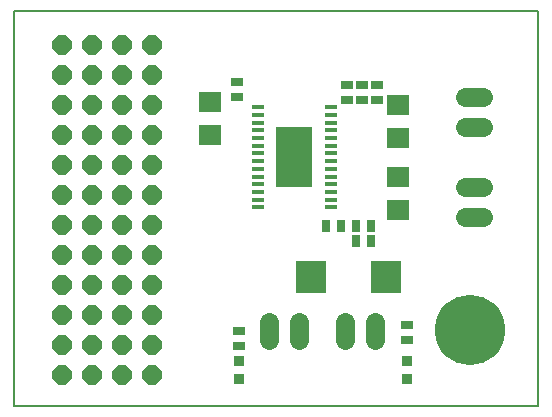
<source format=gts>
G75*
%MOIN*%
%OFA0B0*%
%FSLAX25Y25*%
%IPPOS*%
%LPD*%
%AMOC8*
5,1,8,0,0,1.08239X$1,22.5*
%
%ADD10C,0.00500*%
%ADD11R,0.04337X0.01778*%
%ADD12R,0.12211X0.20085*%
%ADD13R,0.07498X0.06699*%
%ADD14C,0.06400*%
%ADD15R,0.03156X0.03943*%
%ADD16R,0.03943X0.03156*%
%ADD17OC8,0.06400*%
%ADD18C,0.23400*%
%ADD19R,0.10439X0.11030*%
%ADD20R,0.03550X0.03550*%
D10*
X0001250Y0030000D02*
X0001250Y0161850D01*
X0176100Y0161850D01*
X0176100Y0030000D01*
X0001250Y0030000D01*
D11*
X0082594Y0096366D03*
X0082594Y0098925D03*
X0082594Y0101484D03*
X0082594Y0104043D03*
X0082594Y0106602D03*
X0082594Y0109161D03*
X0082594Y0111720D03*
X0082594Y0114280D03*
X0082594Y0116839D03*
X0082594Y0119398D03*
X0082594Y0121957D03*
X0082594Y0124516D03*
X0082594Y0127075D03*
X0082594Y0129634D03*
X0106906Y0129634D03*
X0106906Y0127075D03*
X0106906Y0124516D03*
X0106906Y0121957D03*
X0106906Y0119398D03*
X0106906Y0116839D03*
X0106906Y0114280D03*
X0106906Y0111720D03*
X0106906Y0109161D03*
X0106906Y0106602D03*
X0106906Y0104043D03*
X0106906Y0101484D03*
X0106906Y0098925D03*
X0106906Y0096366D03*
D12*
X0094750Y0113000D03*
D13*
X0066750Y0120402D03*
X0066750Y0131598D03*
X0129250Y0130598D03*
X0129250Y0119402D03*
X0129250Y0106598D03*
X0129250Y0095402D03*
D14*
X0151750Y0093000D02*
X0157750Y0093000D01*
X0157750Y0103000D02*
X0151750Y0103000D01*
X0151750Y0123000D02*
X0157750Y0123000D01*
X0157750Y0133000D02*
X0151750Y0133000D01*
X0121750Y0058000D02*
X0121750Y0052000D01*
X0111750Y0052000D02*
X0111750Y0058000D01*
X0096250Y0058000D02*
X0096250Y0052000D01*
X0086250Y0052000D02*
X0086250Y0058000D01*
D15*
X0115191Y0085000D03*
X0115191Y0090000D03*
X0110309Y0090000D03*
X0105191Y0090000D03*
X0120309Y0090000D03*
X0120309Y0085000D03*
D16*
X0132250Y0057059D03*
X0132250Y0051941D03*
X0076250Y0049941D03*
X0076250Y0055059D03*
X0112250Y0131941D03*
X0117250Y0131941D03*
X0122250Y0131941D03*
X0122250Y0137059D03*
X0117250Y0137059D03*
X0112250Y0137059D03*
X0075750Y0138059D03*
X0075750Y0132941D03*
D17*
X0047250Y0130500D03*
X0037250Y0130500D03*
X0027250Y0130500D03*
X0017250Y0130500D03*
X0017250Y0140500D03*
X0027250Y0140500D03*
X0037250Y0140500D03*
X0047250Y0140500D03*
X0047250Y0150500D03*
X0037250Y0150500D03*
X0027250Y0150500D03*
X0017250Y0150500D03*
X0017250Y0120500D03*
X0027250Y0120500D03*
X0037250Y0120500D03*
X0047250Y0120500D03*
X0047250Y0110500D03*
X0037250Y0110500D03*
X0027250Y0110500D03*
X0017250Y0110500D03*
X0017250Y0100500D03*
X0027250Y0100500D03*
X0037250Y0100500D03*
X0047250Y0100500D03*
X0047250Y0090500D03*
X0037250Y0090500D03*
X0027250Y0090500D03*
X0017250Y0090500D03*
X0017250Y0080500D03*
X0027250Y0080500D03*
X0037250Y0080500D03*
X0047250Y0080500D03*
X0047250Y0070500D03*
X0037250Y0070500D03*
X0027250Y0070500D03*
X0017250Y0070500D03*
X0017250Y0060500D03*
X0027250Y0060500D03*
X0037250Y0060500D03*
X0047250Y0060500D03*
X0047250Y0050500D03*
X0037250Y0050500D03*
X0027250Y0050500D03*
X0017250Y0050500D03*
X0017250Y0040500D03*
X0027250Y0040500D03*
X0037250Y0040500D03*
X0047250Y0040500D03*
D18*
X0153250Y0055500D03*
D19*
X0125230Y0073000D03*
X0100270Y0073000D03*
D20*
X0076250Y0044953D03*
X0076250Y0039047D03*
X0132250Y0039047D03*
X0132250Y0044953D03*
M02*

</source>
